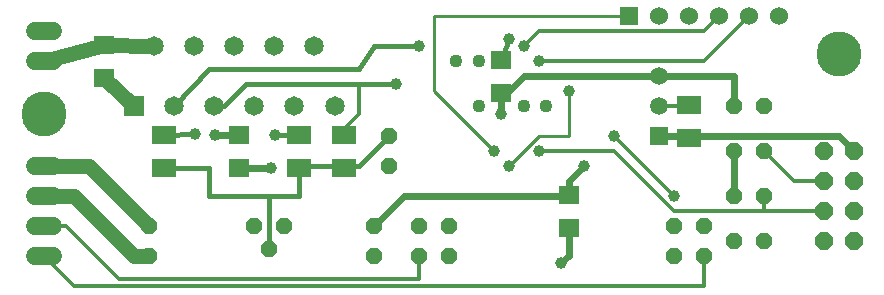
<source format=gbl>
G75*
G70*
%OFA0B0*%
%FSLAX24Y24*%
%IPPOS*%
%LPD*%
%AMOC8*
5,1,8,0,0,1.08239X$1,22.5*
%
%ADD10C,0.0600*%
%ADD11R,0.0600X0.0600*%
%ADD12OC8,0.0600*%
%ADD13C,0.0594*%
%ADD14OC8,0.0520*%
%ADD15R,0.0709X0.0630*%
%ADD16R,0.0650X0.0650*%
%ADD17C,0.0650*%
%ADD18R,0.0787X0.0630*%
%ADD19R,0.0594X0.0594*%
%ADD20C,0.0594*%
%ADD21C,0.0436*%
%ADD22C,0.0240*%
%ADD23C,0.0396*%
%ADD24C,0.0500*%
%ADD25C,0.0160*%
%ADD26C,0.0100*%
%ADD27C,0.0120*%
%ADD28C,0.0390*%
%ADD29C,0.1502*%
D10*
X022812Y009843D03*
X023812Y009843D03*
X024812Y009843D03*
X025812Y009843D03*
X026812Y009843D03*
D11*
X021812Y009843D03*
D12*
X028312Y005343D03*
X029312Y005343D03*
X029312Y004343D03*
X028312Y004343D03*
X028312Y003343D03*
X029312Y003343D03*
X029312Y002343D03*
X028312Y002343D03*
D13*
X002609Y001843D02*
X002016Y001843D01*
X002016Y002843D02*
X002609Y002843D01*
X002609Y003843D02*
X002016Y003843D01*
X002016Y004843D02*
X002609Y004843D01*
X002609Y008343D02*
X002016Y008343D01*
X002016Y009343D02*
X002609Y009343D01*
D14*
X005812Y002843D03*
X005812Y001843D03*
X009312Y002843D03*
X010312Y002843D03*
X009812Y002093D03*
X013312Y001843D03*
X014812Y001843D03*
X015812Y001843D03*
X015812Y002843D03*
X014812Y002843D03*
X013312Y002843D03*
X013812Y004843D03*
X013812Y005843D03*
X023312Y002843D03*
X024312Y002843D03*
X025312Y002343D03*
X024312Y001843D03*
X023312Y001843D03*
X026312Y002343D03*
X026312Y003843D03*
X025312Y003843D03*
X025312Y005343D03*
X026312Y005343D03*
X026312Y006843D03*
X025312Y006843D03*
D15*
X019812Y003894D03*
X019812Y002791D03*
X017562Y007291D03*
X017562Y008394D03*
X008812Y005894D03*
X008812Y004791D03*
X004312Y007791D03*
X004312Y008894D03*
D16*
X005312Y006843D03*
D17*
X006652Y006843D03*
X007992Y006843D03*
X009332Y006843D03*
X010672Y006843D03*
X012012Y006843D03*
X011342Y008843D03*
X010002Y008843D03*
X008662Y008843D03*
X007322Y008843D03*
X005982Y008843D03*
D18*
X006312Y005894D03*
X006312Y004791D03*
X010812Y004791D03*
X012312Y004791D03*
X012312Y005894D03*
X010812Y005894D03*
X023812Y005791D03*
X023812Y006894D03*
D19*
X022812Y005843D03*
D20*
X022812Y006843D03*
X022812Y007843D03*
D21*
X019062Y006843D03*
X018312Y006843D03*
X016812Y006843D03*
X016812Y008343D03*
X016062Y008343D03*
D22*
X017562Y007291D02*
X017562Y006593D01*
X017812Y007343D02*
X018312Y007843D01*
X022812Y007843D01*
X025312Y007843D01*
X025312Y006843D01*
X025312Y005343D02*
X025312Y003843D01*
X022812Y005843D02*
X028812Y005843D01*
X029312Y005343D01*
X020312Y004843D02*
X019812Y004343D01*
X019812Y003894D01*
X019812Y003843D02*
X014312Y003843D01*
X013312Y002843D01*
X009892Y004793D02*
X009891Y004791D01*
X008812Y004791D01*
X008812Y005894D02*
X008044Y005894D01*
X008042Y005893D01*
X019572Y001613D02*
X019802Y001843D01*
X019812Y001843D01*
X019812Y002791D01*
D23*
X019572Y001613D03*
X020312Y004843D03*
X017562Y006593D03*
X014062Y007593D03*
X014812Y008843D03*
X017812Y009093D03*
X010012Y005883D03*
X009892Y004793D03*
X008042Y005893D03*
X007362Y005903D03*
D24*
X005312Y006843D02*
X004312Y007791D01*
X004312Y008894D02*
X002312Y008343D01*
X004312Y008894D02*
X005982Y008843D01*
X003812Y004843D02*
X002312Y004843D01*
X002312Y003843D02*
X003312Y003843D01*
X005312Y001843D01*
X005812Y001843D01*
X005812Y002843D02*
X003812Y004843D01*
D25*
X006312Y004791D02*
X007812Y004791D01*
X007812Y003843D01*
X009812Y003843D01*
X009812Y002093D01*
X009812Y003843D02*
X010812Y003843D01*
X010812Y004791D01*
X010812Y004843D02*
X012812Y004843D01*
X013812Y005843D01*
X014062Y007593D02*
X012812Y007593D01*
X009062Y007593D01*
X008312Y006843D01*
X007992Y006843D01*
X007812Y008093D02*
X006652Y006843D01*
X006312Y005894D02*
X007362Y005903D01*
X010012Y005883D02*
X010812Y005894D01*
X012812Y008093D02*
X007812Y008093D01*
X012812Y008093D02*
X013312Y008843D01*
X014812Y008843D01*
X017562Y008394D02*
X017812Y009093D01*
D26*
X015312Y009843D02*
X021812Y009843D01*
X019812Y007343D02*
X019812Y005843D01*
X018812Y005843D01*
X017812Y004843D01*
X017312Y005343D02*
X015312Y007343D01*
X015312Y009843D01*
X017562Y007291D02*
X017812Y007343D01*
X019812Y003894D02*
X019812Y003843D01*
X010812Y004791D02*
X010812Y004843D01*
D27*
X012312Y004843D02*
X012312Y004791D01*
X012312Y004843D02*
X012812Y004843D01*
X012312Y005894D02*
X012312Y006093D01*
X012812Y006593D01*
X012812Y007593D01*
X018312Y008843D02*
X018812Y009343D01*
X024312Y009343D01*
X024812Y009843D01*
X025812Y009843D02*
X024312Y008343D01*
X018812Y008343D01*
X022812Y006843D02*
X023761Y006843D01*
X023812Y006894D01*
X023812Y005791D02*
X022812Y005894D01*
X022812Y005843D01*
X021312Y005843D02*
X023312Y003843D01*
X023312Y003343D02*
X026312Y003343D01*
X026312Y003843D01*
X026312Y003343D02*
X028312Y003343D01*
X028312Y004343D02*
X027312Y004343D01*
X026312Y005343D01*
X023312Y003343D02*
X021312Y005343D01*
X018812Y005343D01*
X014812Y001843D02*
X014812Y001093D01*
X004812Y001093D01*
X003062Y002843D01*
X002312Y002843D01*
X002312Y001843D02*
X003312Y000843D01*
X024312Y000843D01*
X024312Y001843D01*
D28*
X023312Y003843D03*
X021312Y005843D03*
X019812Y007343D03*
X018812Y008343D03*
X018312Y008843D03*
X018812Y005343D03*
X017812Y004843D03*
X017312Y005343D03*
D29*
X028812Y008593D03*
X002312Y006593D03*
M02*

</source>
